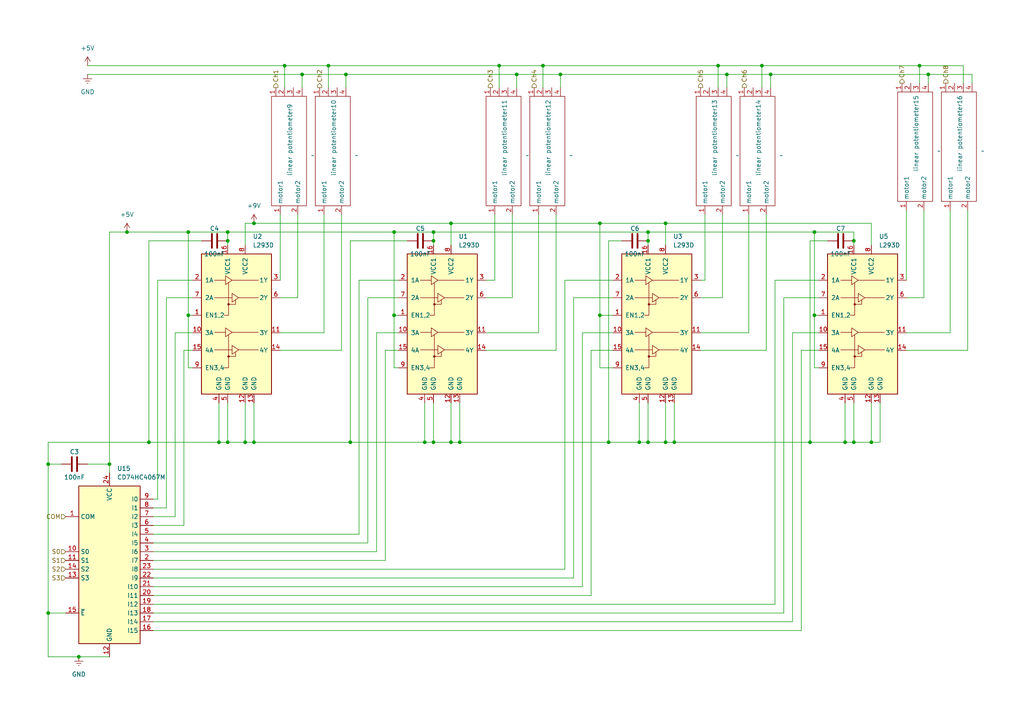
<source format=kicad_sch>
(kicad_sch (version 20231120) (generator "eeschema") (generator_version "8.0")
  (paper "A4")
  (lib_symbols
    (symbol "74xx:CD74HC4067M"
      (property "Reference" "U" (at -8.89 22.86 0))
      (property "Value" "CD74HC4067M" (at 1.27 22.86 0))
      (symbol "CD74HC4067M_0_1"
        (rectangle (start -8.89 21.59) (end 8.89 -24.13) (stroke (width 0.254)) (fill (type background)))
      )
      (symbol "CD74HC4067M_1_1"
        (pin passive line (at -12.7 12.7 0) (length 3.81) (name "COM") (number "1"))
        (pin input line (at -12.7 2.54 0) (length 3.81) (name "S0") (number "10"))
        (pin input line (at -12.7 0 0) (length 3.81) (name "S1") (number "11"))
        (pin power_in line (at 0 -27.94 90) (length 3.81) (name "GND") (number "12"))
        (pin input line (at -12.7 -5.08 0) (length 3.81) (name "S3") (number "13"))
        (pin input line (at -12.7 -2.54 0) (length 3.81) (name "S2") (number "14"))
        (pin input line (at -12.7 -15.24 0) (length 3.81) (name "~{E}") (number "15"))
        (pin passive line (at 12.7 -20.32 180) (length 3.81) (name "I15") (number "16"))
        (pin passive line (at 12.7 -17.78 180) (length 3.81) (name "I14") (number "17"))
        (pin passive line (at 12.7 -15.24 180) (length 3.81) (name "I13") (number "18"))
        (pin passive line (at 12.7 -12.7 180) (length 3.81) (name "I12") (number "19"))
        (pin passive line (at 12.7 0 180) (length 3.81) (name "I7") (number "2"))
        (pin passive line (at 12.7 -10.16 180) (length 3.81) (name "I11") (number "20"))
        (pin passive line (at 12.7 -7.62 180) (length 3.81) (name "I10") (number "21"))
        (pin passive line (at 12.7 -5.08 180) (length 3.81) (name "I9") (number "22"))
        (pin passive line (at 12.7 -2.54 180) (length 3.81) (name "I8") (number "23"))
        (pin power_in line (at 0 25.4 270) (length 3.81) (name "VCC") (number "24"))
        (pin passive line (at 12.7 2.54 180) (length 3.81) (name "I6") (number "3"))
        (pin passive line (at 12.7 5.08 180) (length 3.81) (name "I5") (number "4"))
        (pin passive line (at 12.7 7.62 180) (length 3.81) (name "I4") (number "5"))
        (pin passive line (at 12.7 10.16 180) (length 3.81) (name "I3") (number "6"))
        (pin passive line (at 12.7 12.7 180) (length 3.81) (name "I2") (number "7"))
        (pin passive line (at 12.7 15.24 180) (length 3.81) (name "I1") (number "8"))
        (pin passive line (at 12.7 17.78 180) (length 3.81) (name "I0") (number "9"))
      )
    )
    (symbol "Device:C" (pin_numbers hide) (pin_names (offset 0.254))
      (property "Reference" "C" (at 0.635 2.54 0))
      (property "Value" "C" (at 0.635 -2.54 0))
      (symbol "C_0_1"
        (polyline (pts (xy -2.032 -0.762) (xy 2.032 -0.762)) (stroke (width 0.508)))
        (polyline (pts (xy -2.032 0.762) (xy 2.032 0.762)) (stroke (width 0.508)))
      )
      (symbol "C_1_1"
        (pin passive line (at 0 3.81 270) (length 2.794) (name "~") (number "1"))
        (pin passive line (at 0 -3.81 90) (length 2.794) (name "~") (number "2"))
      )
    )
    (symbol "Driver_Motor:L293D" (pin_names (offset 1.016))
      (property "Reference" "U" (at -5.08 26.035 0))
      (property "Value" "L293D" (at -5.08 24.13 0))
      (symbol "L293D_0_1"
        (rectangle (start -10.16 22.86) (end 10.16 -17.78) (stroke (width 0.254)) (fill (type background)))
        (circle (center -2.286 -6.858) (radius 0.254) (fill (type outline)))
        (circle (center -2.286 8.255) (radius 0.254) (fill (type outline)))
        (polyline (pts (xy -6.35 -4.953) (xy -1.27 -4.953)))
        (polyline (pts (xy -6.35 0.127) (xy -3.175 0.127)))
        (polyline (pts (xy -6.35 10.16) (xy -1.27 10.16)))
        (polyline (pts (xy -6.35 15.24) (xy -3.175 15.24)))
        (polyline (pts (xy -1.27 0.127) (xy 6.35 0.127)))
        (polyline (pts (xy -1.27 15.24) (xy 6.35 15.24)))
        (polyline (pts (xy 0.635 -4.953) (xy 6.35 -4.953)))
        (polyline (pts (xy 0.635 10.16) (xy 6.35 10.16)))
        (polyline (pts (xy -2.286 -6.858) (xy -0.254 -6.858) (xy -0.254 -5.588)))
        (polyline (pts (xy -2.286 -0.635) (xy -2.286 -10.16) (xy -3.556 -10.16)))
        (polyline (pts (xy -2.286 8.255) (xy -0.254 8.255) (xy -0.254 9.525)))
        (polyline (pts (xy -2.286 14.478) (xy -2.286 5.08) (xy -3.556 5.08)))
        (polyline (pts (xy -3.175 1.397) (xy -3.175 -1.143) (xy -1.27 0.127) (xy -3.175 1.397)))
        (polyline (pts (xy -3.175 16.51) (xy -3.175 13.97) (xy -1.27 15.24) (xy -3.175 16.51)))
        (polyline (pts (xy -1.27 -3.683) (xy -1.27 -6.223) (xy 0.635 -4.953) (xy -1.27 -3.683)))
        (polyline (pts (xy -1.27 11.43) (xy -1.27 8.89) (xy 0.635 10.16) (xy -1.27 11.43)))
      )
      (symbol "L293D_1_1"
        (pin input line (at -12.7 5.08 0) (length 2.54) (name "EN1,2") (number "1"))
        (pin input line (at -12.7 0 0) (length 2.54) (name "3A") (number "10"))
        (pin output line (at 12.7 0 180) (length 2.54) (name "3Y") (number "11"))
        (pin power_in line (at 2.54 -20.32 90) (length 2.54) (name "GND") (number "12"))
        (pin power_in line (at 5.08 -20.32 90) (length 2.54) (name "GND") (number "13"))
        (pin output line (at 12.7 -5.08 180) (length 2.54) (name "4Y") (number "14"))
        (pin input line (at -12.7 -5.08 0) (length 2.54) (name "4A") (number "15"))
        (pin power_in line (at -2.54 25.4 270) (length 2.54) (name "VCC1") (number "16"))
        (pin input line (at -12.7 15.24 0) (length 2.54) (name "1A") (number "2"))
        (pin output line (at 12.7 15.24 180) (length 2.54) (name "1Y") (number "3"))
        (pin power_in line (at -5.08 -20.32 90) (length 2.54) (name "GND") (number "4"))
        (pin power_in line (at -2.54 -20.32 90) (length 2.54) (name "GND") (number "5"))
        (pin output line (at 12.7 10.16 180) (length 2.54) (name "2Y") (number "6"))
        (pin input line (at -12.7 10.16 0) (length 2.54) (name "2A") (number "7"))
        (pin power_in line (at 2.54 25.4 270) (length 2.54) (name "VCC2") (number "8"))
        (pin input line (at -12.7 -10.16 0) (length 2.54) (name "EN3,4") (number "9"))
      )
    )
    (symbol "mixer:motorised_linear_potentiometer"
      (property "Reference" "linear potentiometer" (at 0 -7.366 90))
      (symbol "motorised_linear_potentiometer_0_1"
        (rectangle (start -5.08 6.35) (end 5.08 -25.4))
      )
      (symbol "motorised_linear_potentiometer_1_1"
        (pin passive line (at -3.81 8.89 270) (length 2.54) (name "") (number "1"))
        (pin passive line (at -2.54 -27.94 90) (length 2.54) (name "motor1") (number "1"))
        (pin passive line (at -1.27 8.89 270) (length 2.54) (name "") (number "2"))
        (pin passive line (at 2.54 -27.94 90) (length 2.54) (name "motor2") (number "2"))
        (pin passive line (at 1.27 8.89 270) (length 2.54) (name "") (number "3"))
        (pin passive line (at 3.81 8.89 270) (length 2.54) (name "") (number "4"))
      )
    )
    (symbol "power:+5V" (power) (pin_numbers hide) (pin_names (offset 0) hide)
      (property "Value" "+5V" (at 0 3.556 0))
      (symbol "+5V_0_1"
        (polyline (pts (xy -0.762 1.27) (xy 0 2.54)))
        (polyline (pts (xy 0 0) (xy 0 2.54)))
        (polyline (pts (xy 0 2.54) (xy 0.762 1.27)))
      )
      (symbol "+5V_1_1"
        (pin power_in line (at 0 0 90) (length 0) (name "~") (number "1"))
      )
    )
    (symbol "power:+9V" (power) (pin_numbers hide) (pin_names (offset 0) hide)
      (property "Value" "+9V" (at 0 3.556 0))
      (symbol "+9V_0_1"
        (polyline (pts (xy -0.762 1.27) (xy 0 2.54)))
        (polyline (pts (xy 0 0) (xy 0 2.54)))
        (polyline (pts (xy 0 2.54) (xy 0.762 1.27)))
      )
      (symbol "+9V_1_1"
        (pin power_in line (at 0 0 90) (length 0) (name "~") (number "1"))
      )
    )
    (symbol "power:Earth" (power) (pin_numbers hide) (pin_names (offset 0) hide)
      (property "Value" "Earth" (at 0 -3.81 0))
      (symbol "Earth_0_1"
        (polyline (pts (xy -0.635 -1.905) (xy 0.635 -1.905)))
        (polyline (pts (xy -0.127 -2.54) (xy 0.127 -2.54)))
        (polyline (pts (xy 0 -1.27) (xy 0 0)))
        (polyline (pts (xy 1.27 -1.27) (xy -1.27 -1.27)))
      )
      (symbol "Earth_1_1"
        (pin power_in line (at 0 0 270) (length 0) (name "~") (number "1"))
      )
    )
  )
  (junction (at 223.52 21.59))
  (junction (at 195.58 128.27))
  (junction (at 101.6 128.27))
  (junction (at 36.83 67.31))
  (junction (at 114.3 67.31))
  (junction (at 193.04 128.27))
  (junction (at 100.33 21.59))
  (junction (at 114.3 91.44))
  (junction (at 157.48 19.05))
  (junction (at 247.65 69.85))
  (junction (at 66.04 69.85))
  (junction (at 185.42 128.27))
  (junction (at 173.99 64.77))
  (junction (at 176.53 128.27))
  (junction (at 149.86 21.59))
  (junction (at 208.28 19.05))
  (junction (at 269.24 21.59))
  (junction (at 247.65 128.27))
  (junction (at 162.56 21.59))
  (junction (at 130.81 128.27))
  (junction (at 71.12 128.27))
  (junction (at 252.73 128.27))
  (junction (at 187.96 128.27))
  (junction (at 66.04 67.31))
  (junction (at 266.7 19.05))
  (junction (at 31.75 134.62))
  (junction (at 63.5 128.27))
  (junction (at 130.81 64.77))
  (junction (at 54.61 67.31))
  (junction (at 82.55 19.05))
  (junction (at 125.73 67.31))
  (junction (at 144.78 19.05))
  (junction (at 123.19 128.27))
  (junction (at 95.25 19.05))
  (junction (at 210.82 21.59))
  (junction (at 133.35 128.27))
  (junction (at 173.99 91.44))
  (junction (at 193.04 64.77))
  (junction (at 187.96 69.85))
  (junction (at 66.04 128.27))
  (junction (at 234.95 128.27))
  (junction (at 13.97 177.8))
  (junction (at 236.22 91.44))
  (junction (at 125.73 128.27))
  (junction (at 73.66 64.77))
  (junction (at 87.63 21.59))
  (junction (at 236.22 67.31))
  (junction (at 22.86 190.5))
  (junction (at 13.97 134.62))
  (junction (at 73.66 128.27))
  (junction (at 54.61 91.44))
  (junction (at 220.98 19.05))
  (junction (at 187.96 67.31))
  (junction (at 43.18 128.27))
  (junction (at 125.73 69.85))
  (junction (at 245.11 128.27))
  (wire (pts (xy 66.04 69.85) (xy 66.04 71.12)))
  (wire (pts (xy 229.87 96.52) (xy 237.49 96.52)))
  (wire (pts (xy 245.11 116.84) (xy 245.11 128.27)))
  (wire (pts (xy 13.97 128.27) (xy 43.18 128.27)))
  (wire (pts (xy 101.6 128.27) (xy 123.19 128.27)))
  (wire (pts (xy 281.94 21.59) (xy 281.94 24.13)))
  (wire (pts (xy 266.7 19.05) (xy 279.4 19.05)))
  (wire (pts (xy 203.2 81.28) (xy 204.47 81.28)))
  (wire (pts (xy 140.97 96.52) (xy 156.21 96.52)))
  (wire (pts (xy 100.33 21.59) (xy 149.86 21.59)))
  (wire (pts (xy 234.95 69.85) (xy 234.95 128.27)))
  (wire (pts (xy 44.45 175.26) (xy 224.79 175.26)))
  (wire (pts (xy 73.66 64.77) (xy 130.81 64.77)))
  (wire (pts (xy 176.53 69.85) (xy 176.53 128.27)))
  (wire (pts (xy 125.73 128.27) (xy 130.81 128.27)))
  (wire (pts (xy 71.12 116.84) (xy 71.12 128.27)))
  (wire (pts (xy 125.73 67.31) (xy 187.96 67.31)))
  (wire (pts (xy 43.18 128.27) (xy 63.5 128.27)))
  (wire (pts (xy 95.25 19.05) (xy 95.25 25.4)))
  (wire (pts (xy 82.55 19.05) (xy 95.25 19.05)))
  (wire (pts (xy 236.22 91.44) (xy 236.22 106.68)))
  (wire (pts (xy 232.41 182.88) (xy 232.41 101.6)))
  (wire (pts (xy 22.86 190.5) (xy 13.97 190.5)))
  (wire (pts (xy 71.12 64.77) (xy 73.66 64.77)))
  (wire (pts (xy 50.8 149.86) (xy 50.8 96.52)))
  (wire (pts (xy 217.17 96.52) (xy 217.17 62.23)))
  (wire (pts (xy 63.5 128.27) (xy 63.5 116.84)))
  (wire (pts (xy 193.04 116.84) (xy 193.04 128.27)))
  (wire (pts (xy 13.97 177.8) (xy 19.05 177.8)))
  (wire (pts (xy 149.86 21.59) (xy 149.86 25.4)))
  (wire (pts (xy 223.52 21.59) (xy 223.52 25.4)))
  (wire (pts (xy 125.73 69.85) (xy 125.73 71.12)))
  (wire (pts (xy 247.65 67.31) (xy 247.65 69.85)))
  (wire (pts (xy 157.48 19.05) (xy 208.28 19.05)))
  (wire (pts (xy 50.8 96.52) (xy 55.88 96.52)))
  (wire (pts (xy 115.57 86.36) (xy 106.68 86.36)))
  (wire (pts (xy 71.12 64.77) (xy 71.12 71.12)))
  (wire (pts (xy 53.34 152.4) (xy 44.45 152.4)))
  (wire (pts (xy 54.61 67.31) (xy 66.04 67.31)))
  (wire (pts (xy 234.95 128.27) (xy 245.11 128.27)))
  (wire (pts (xy 31.75 137.16) (xy 31.75 134.62)))
  (wire (pts (xy 163.83 81.28) (xy 177.8 81.28)))
  (wire (pts (xy 229.87 180.34) (xy 229.87 96.52)))
  (wire (pts (xy 149.86 21.59) (xy 162.56 21.59)))
  (wire (pts (xy 118.11 69.85) (xy 101.6 69.85)))
  (wire (pts (xy 53.34 101.6) (xy 53.34 152.4)))
  (wire (pts (xy 203.2 96.52) (xy 217.17 96.52)))
  (wire (pts (xy 255.27 128.27) (xy 255.27 116.84)))
  (wire (pts (xy 148.59 86.36) (xy 148.59 62.23)))
  (wire (pts (xy 195.58 128.27) (xy 193.04 128.27)))
  (wire (pts (xy 54.61 67.31) (xy 54.61 91.44)))
  (wire (pts (xy 166.37 86.36) (xy 177.8 86.36)))
  (wire (pts (xy 133.35 128.27) (xy 133.35 116.84)))
  (wire (pts (xy 236.22 67.31) (xy 236.22 91.44)))
  (wire (pts (xy 161.29 101.6) (xy 161.29 62.23)))
  (wire (pts (xy 252.73 64.77) (xy 252.73 71.12)))
  (wire (pts (xy 66.04 67.31) (xy 66.04 69.85)))
  (wire (pts (xy 54.61 91.44) (xy 55.88 91.44)))
  (wire (pts (xy 44.45 182.88) (xy 232.41 182.88)))
  (wire (pts (xy 157.48 19.05) (xy 157.48 25.4)))
  (wire (pts (xy 252.73 116.84) (xy 252.73 128.27)))
  (wire (pts (xy 224.79 81.28) (xy 237.49 81.28)))
  (wire (pts (xy 87.63 21.59) (xy 87.63 25.4)))
  (wire (pts (xy 31.75 134.62) (xy 31.75 67.31)))
  (wire (pts (xy 269.24 21.59) (xy 269.24 24.13)))
  (wire (pts (xy 262.89 96.52) (xy 275.59 96.52)))
  (wire (pts (xy 209.55 86.36) (xy 209.55 62.23)))
  (wire (pts (xy 31.75 67.31) (xy 36.83 67.31)))
  (wire (pts (xy 44.45 180.34) (xy 229.87 180.34)))
  (wire (pts (xy 220.98 19.05) (xy 220.98 25.4)))
  (wire (pts (xy 262.89 60.96) (xy 262.89 81.28)))
  (wire (pts (xy 280.67 101.6) (xy 280.67 60.96)))
  (wire (pts (xy 44.45 147.32) (xy 48.26 147.32)))
  (wire (pts (xy 180.34 69.85) (xy 176.53 69.85)))
  (wire (pts (xy 187.96 67.31) (xy 236.22 67.31)))
  (wire (pts (xy 54.61 91.44) (xy 54.61 106.68)))
  (wire (pts (xy 168.91 170.18) (xy 168.91 96.52)))
  (wire (pts (xy 25.4 21.59) (xy 87.63 21.59)))
  (wire (pts (xy 168.91 96.52) (xy 177.8 96.52)))
  (wire (pts (xy 187.96 128.27) (xy 185.42 128.27)))
  (wire (pts (xy 173.99 91.44) (xy 177.8 91.44)))
  (wire (pts (xy 269.24 21.59) (xy 281.94 21.59)))
  (wire (pts (xy 114.3 67.31) (xy 125.73 67.31)))
  (wire (pts (xy 73.66 128.27) (xy 101.6 128.27)))
  (wire (pts (xy 44.45 177.8) (xy 227.33 177.8)))
  (wire (pts (xy 144.78 19.05) (xy 157.48 19.05)))
  (wire (pts (xy 25.4 134.62) (xy 31.75 134.62)))
  (wire (pts (xy 187.96 116.84) (xy 187.96 128.27)))
  (wire (pts (xy 144.78 19.05) (xy 144.78 25.4)))
  (wire (pts (xy 123.19 116.84) (xy 123.19 128.27)))
  (wire (pts (xy 66.04 116.84) (xy 66.04 128.27)))
  (wire (pts (xy 224.79 175.26) (xy 224.79 81.28)))
  (wire (pts (xy 236.22 106.68) (xy 237.49 106.68)))
  (wire (pts (xy 220.98 19.05) (xy 266.7 19.05)))
  (wire (pts (xy 99.06 101.6) (xy 99.06 62.23)))
  (wire (pts (xy 45.72 144.78) (xy 45.72 81.28)))
  (wire (pts (xy 162.56 21.59) (xy 162.56 25.4)))
  (wire (pts (xy 66.04 128.27) (xy 71.12 128.27)))
  (wire (pts (xy 31.75 190.5) (xy 22.86 190.5)))
  (wire (pts (xy 13.97 134.62) (xy 17.78 134.62)))
  (wire (pts (xy 262.89 86.36) (xy 267.97 86.36)))
  (wire (pts (xy 173.99 64.77) (xy 193.04 64.77)))
  (wire (pts (xy 125.73 116.84) (xy 125.73 128.27)))
  (wire (pts (xy 195.58 128.27) (xy 234.95 128.27)))
  (wire (pts (xy 66.04 67.31) (xy 114.3 67.31)))
  (wire (pts (xy 81.28 96.52) (xy 93.98 96.52)))
  (wire (pts (xy 115.57 81.28) (xy 104.14 81.28)))
  (wire (pts (xy 208.28 19.05) (xy 220.98 19.05)))
  (wire (pts (xy 58.42 69.85) (xy 43.18 69.85)))
  (wire (pts (xy 109.22 96.52) (xy 109.22 160.02)))
  (wire (pts (xy 55.88 101.6) (xy 53.34 101.6)))
  (wire (pts (xy 44.45 165.1) (xy 163.83 165.1)))
  (wire (pts (xy 140.97 81.28) (xy 143.51 81.28)))
  (wire (pts (xy 187.96 69.85) (xy 187.96 71.12)))
  (wire (pts (xy 71.12 128.27) (xy 73.66 128.27)))
  (wire (pts (xy 140.97 86.36) (xy 148.59 86.36)))
  (wire (pts (xy 140.97 101.6) (xy 161.29 101.6)))
  (wire (pts (xy 114.3 91.44) (xy 114.3 106.68)))
  (wire (pts (xy 43.18 69.85) (xy 43.18 128.27)))
  (wire (pts (xy 114.3 67.31) (xy 114.3 91.44)))
  (wire (pts (xy 114.3 91.44) (xy 115.57 91.44)))
  (wire (pts (xy 193.04 64.77) (xy 193.04 71.12)))
  (wire (pts (xy 101.6 69.85) (xy 101.6 128.27)))
  (wire (pts (xy 279.4 24.13) (xy 279.4 19.05)))
  (wire (pts (xy 252.73 128.27) (xy 255.27 128.27)))
  (wire (pts (xy 166.37 167.64) (xy 166.37 86.36)))
  (wire (pts (xy 193.04 128.27) (xy 187.96 128.27)))
  (wire (pts (xy 115.57 96.52) (xy 109.22 96.52)))
  (wire (pts (xy 44.45 154.94) (xy 104.14 154.94)))
  (wire (pts (xy 13.97 134.62) (xy 13.97 128.27)))
  (wire (pts (xy 236.22 67.31) (xy 247.65 67.31)))
  (wire (pts (xy 162.56 21.59) (xy 210.82 21.59)))
  (wire (pts (xy 45.72 81.28) (xy 55.88 81.28)))
  (wire (pts (xy 227.33 177.8) (xy 227.33 86.36)))
  (wire (pts (xy 173.99 106.68) (xy 177.8 106.68)))
  (wire (pts (xy 156.21 96.52) (xy 156.21 62.23)))
  (wire (pts (xy 130.81 128.27) (xy 133.35 128.27)))
  (wire (pts (xy 143.51 81.28) (xy 143.51 62.23)))
  (wire (pts (xy 111.76 101.6) (xy 111.76 162.56)))
  (wire (pts (xy 176.53 128.27) (xy 185.42 128.27)))
  (wire (pts (xy 240.03 69.85) (xy 234.95 69.85)))
  (wire (pts (xy 222.25 101.6) (xy 222.25 62.23)))
  (wire (pts (xy 275.59 96.52) (xy 275.59 60.96)))
  (wire (pts (xy 73.66 116.84) (xy 73.66 128.27)))
  (wire (pts (xy 203.2 101.6) (xy 222.25 101.6)))
  (wire (pts (xy 95.25 19.05) (xy 144.78 19.05)))
  (wire (pts (xy 106.68 86.36) (xy 106.68 157.48)))
  (wire (pts (xy 195.58 116.84) (xy 195.58 128.27)))
  (wire (pts (xy 87.63 21.59) (xy 100.33 21.59)))
  (wire (pts (xy 48.26 86.36) (xy 55.88 86.36)))
  (wire (pts (xy 130.81 64.77) (xy 130.81 71.12)))
  (wire (pts (xy 104.14 81.28) (xy 104.14 154.94)))
  (wire (pts (xy 227.33 86.36) (xy 237.49 86.36)))
  (wire (pts (xy 48.26 147.32) (xy 48.26 86.36)))
  (wire (pts (xy 171.45 101.6) (xy 177.8 101.6)))
  (wire (pts (xy 13.97 177.8) (xy 13.97 134.62)))
  (wire (pts (xy 267.97 86.36) (xy 267.97 60.96)))
  (wire (pts (xy 114.3 106.68) (xy 115.57 106.68)))
  (wire (pts (xy 44.45 172.72) (xy 171.45 172.72)))
  (wire (pts (xy 123.19 128.27) (xy 125.73 128.27)))
  (wire (pts (xy 81.28 101.6) (xy 99.06 101.6)))
  (wire (pts (xy 93.98 96.52) (xy 93.98 62.23)))
  (wire (pts (xy 247.65 128.27) (xy 245.11 128.27)))
  (wire (pts (xy 163.83 165.1) (xy 163.83 81.28)))
  (wire (pts (xy 223.52 21.59) (xy 269.24 21.59)))
  (wire (pts (xy 44.45 170.18) (xy 168.91 170.18)))
  (wire (pts (xy 203.2 86.36) (xy 209.55 86.36)))
  (wire (pts (xy 210.82 21.59) (xy 223.52 21.59)))
  (wire (pts (xy 130.81 64.77) (xy 173.99 64.77)))
  (wire (pts (xy 247.65 69.85) (xy 247.65 71.12)))
  (wire (pts (xy 81.28 86.36) (xy 86.36 86.36)))
  (wire (pts (xy 125.73 67.31) (xy 125.73 69.85)))
  (wire (pts (xy 171.45 172.72) (xy 171.45 101.6)))
  (wire (pts (xy 173.99 91.44) (xy 173.99 106.68)))
  (wire (pts (xy 232.41 101.6) (xy 237.49 101.6)))
  (wire (pts (xy 115.57 101.6) (xy 111.76 101.6)))
  (wire (pts (xy 82.55 19.05) (xy 82.55 25.4)))
  (wire (pts (xy 266.7 19.05) (xy 266.7 24.13)))
  (wire (pts (xy 193.04 64.77) (xy 252.73 64.77)))
  (wire (pts (xy 133.35 128.27) (xy 176.53 128.27)))
  (wire (pts (xy 236.22 91.44) (xy 237.49 91.44)))
  (wire (pts (xy 81.28 81.28) (xy 81.28 62.23)))
  (wire (pts (xy 208.28 19.05) (xy 208.28 25.4)))
  (wire (pts (xy 44.45 157.48) (xy 106.68 157.48)))
  (wire (pts (xy 54.61 106.68) (xy 55.88 106.68)))
  (wire (pts (xy 86.36 86.36) (xy 86.36 62.23)))
  (wire (pts (xy 262.89 101.6) (xy 280.67 101.6)))
  (wire (pts (xy 13.97 190.5) (xy 13.97 177.8)))
  (wire (pts (xy 44.45 162.56) (xy 111.76 162.56)))
  (wire (pts (xy 210.82 21.59) (xy 210.82 25.4)))
  (wire (pts (xy 63.5 128.27) (xy 66.04 128.27)))
  (wire (pts (xy 25.4 19.05) (xy 82.55 19.05)))
  (wire (pts (xy 247.65 128.27) (xy 252.73 128.27)))
  (wire (pts (xy 44.45 167.64) (xy 166.37 167.64)))
  (wire (pts (xy 130.81 116.84) (xy 130.81 128.27)))
  (wire (pts (xy 204.47 81.28) (xy 204.47 62.23)))
  (wire (pts (xy 247.65 116.84) (xy 247.65 128.27)))
  (wire (pts (xy 173.99 64.77) (xy 173.99 91.44)))
  (wire (pts (xy 44.45 149.86) (xy 50.8 149.86)))
  (wire (pts (xy 36.83 67.31) (xy 54.61 67.31)))
  (wire (pts (xy 100.33 21.59) (xy 100.33 25.4)))
  (wire (pts (xy 185.42 116.84) (xy 185.42 128.27)))
  (wire (pts (xy 44.45 144.78) (xy 45.72 144.78)))
  (wire (pts (xy 44.45 160.02) (xy 109.22 160.02)))
  (wire (pts (xy 187.96 67.31) (xy 187.96 69.85)))
  (hierarchical_label "S1" (shape input) (at 19.05 162.56 180))
  (hierarchical_label "Ch5" (shape output) (at 203.2 25.4 90))
  (hierarchical_label "COM" (shape input) (at 19.05 149.86 180))
  (hierarchical_label "Ch7" (shape output) (at 261.62 24.13 90))
  (hierarchical_label "S0" (shape input) (at 19.05 160.02 180))
  (hierarchical_label "Ch4" (shape output) (at 154.94 25.4 90))
  (hierarchical_label "Ch8" (shape output) (at 274.32 24.13 90))
  (hierarchical_label "S2" (shape input) (at 19.05 165.1 180))
  (hierarchical_label "Ch6" (shape output) (at 215.9 25.4 90))
  (hierarchical_label "Ch2" (shape output) (at 92.71 25.4 90))
  (hierarchical_label "Ch3" (shape output) (at 142.24 25.4 90))
  (hierarchical_label "S3" (shape input) (at 19.05 167.64 180))
  (hierarchical_label "Ch1" (shape output) (at 80.01 25.4 90))
  (symbol (lib_id "Device:C") (at 121.92 69.85 90) (unit 1)
    (property "Reference" "C5" (at 121.92 66.294 90))
    (property "Value" "100nF" (at 121.92 73.66 90))
    (property "Footprint" "Capacitor_THT:C_Axial_L5.1mm_D3.1mm_P7.50mm_Horizontal" (effects (hide yes)))
    (property "Description" "Unpolarized capacitor" (effects (hide yes)))
  )
  (symbol (lib_id "Device:C") (at 21.59 134.62 90) (unit 1)
    (property "Reference" "C3" (at 21.59 131.064 90))
    (property "Value" "100nF" (at 21.59 138.43 90))
    (property "Footprint" "Capacitor_THT:C_Axial_L5.1mm_D3.1mm_P7.50mm_Horizontal" (effects (hide yes)))
    (property "Description" "Unpolarized capacitor" (effects (hide yes)))
  )
  (symbol (lib_id "74xx:CD74HC4067M") (at 31.75 162.56 0) (unit 1)
    (property "Reference" "U15" (at 33.9441 135.89 0) (effects (justify left)))
    (property "Value" "CD74HC4067M" (at 33.9441 138.43 0) (effects (justify left)))
    (property "Footprint" "Package_SO:SOIC-24W_7.5x15.4mm_P1.27mm" (effects (hide yes)))
    (property "Datasheet" "http://www.ti.com/lit/ds/symlink/cd74hc4067.pdf" (effects (hide yes)))
    (property "Description" "High-Speed CMOS Logic 16-Channel Analog Multiplexer/Demultiplexer, SOIC-24" (effects (hide yes)))
  )
  (symbol (lib_id "Device:C") (at 184.15 69.85 90) (unit 1)
    (property "Reference" "C6" (at 184.15 66.294 90))
    (property "Value" "100nF" (at 184.15 73.66 90))
    (property "Footprint" "Capacitor_THT:C_Axial_L5.1mm_D3.1mm_P7.50mm_Horizontal" (effects (hide yes)))
    (property "Description" "Unpolarized capacitor" (effects (hide yes)))
  )
  (symbol (lib_id "mixer:motorised_linear_potentiometer") (at 207.01 34.29 0) (unit 1)
    (property "Reference" "linear potentiometer13" (at 207.264 51.054 90) (effects (justify left)))
    (property "Value" "~" (at 213.36 45.085 0) (effects (justify left)))
  )
  (symbol (lib_id "power:+5V") (at 25.4 19.05 0) (unit 1)
    (property "Reference" "#PWR01" (effects (hide yes)))
    (property "Value" "+5V" (at 25.4 13.97 0))
    (property "Description" "Power symbol creates a global label with name \"+5V\"" (effects (hide yes)))
  )
  (symbol (lib_id "Driver_Motor:L293D") (at 190.5 96.52 0) (unit 1)
    (property "Reference" "U3" (at 195.2341 68.58 0) (effects (justify left)))
    (property "Value" "L293D" (at 195.2341 71.12 0) (effects (justify left)))
    (property "Footprint" "Package_DIP:DIP-16_W7.62mm" (effects (hide yes)))
    (property "Datasheet" "http://www.ti.com/lit/ds/symlink/l293.pdf" (effects (hide yes)))
    (property "Description" "Quadruple Half-H Drivers" (effects (hide yes)))
  )
  (symbol (lib_id "mixer:motorised_linear_potentiometer") (at 146.05 34.29 0) (unit 1)
    (property "Reference" "linear potentiometer11" (at 146.304 51.054 90) (effects (justify left)))
    (property "Value" "~" (at 152.4 45.085 0) (effects (justify left)))
  )
  (symbol (lib_id "mixer:motorised_linear_potentiometer") (at 219.71 34.29 0) (unit 1)
    (property "Reference" "linear potentiometer14" (at 219.964 51.054 90) (effects (justify left)))
    (property "Value" "~" (at 226.06 45.085 0) (effects (justify left)))
  )
  (symbol (lib_id "Device:C") (at 243.84 69.85 90) (unit 1)
    (property "Reference" "C7" (at 243.84 66.294 90))
    (property "Value" "100nF" (at 243.84 73.66 90))
    (property "Footprint" "Capacitor_THT:C_Axial_L5.1mm_D3.1mm_P7.50mm_Horizontal" (effects (hide yes)))
    (property "Description" "Unpolarized capacitor" (effects (hide yes)))
  )
  (symbol (lib_id "power:Earth") (at 22.86 190.5 0) (unit 1)
    (property "Reference" "#PWR014" (effects (hide yes)))
    (property "Value" "GND" (at 22.86 195.58 0))
    (property "Description" "Power symbol creates a global label with name \"Earth\"" (effects (hide yes)))
  )
  (symbol (lib_id "mixer:motorised_linear_potentiometer") (at 158.75 34.29 0) (unit 1)
    (property "Reference" "linear potentiometer12" (at 159.004 51.054 90) (effects (justify left)))
    (property "Value" "~" (at 165.1 45.085 0) (effects (justify left)))
  )
  (symbol (lib_id "Driver_Motor:L293D") (at 250.19 96.52 0) (unit 1)
    (property "Reference" "U5" (at 254.9241 68.58 0) (effects (justify left)))
    (property "Value" "L293D" (at 254.9241 71.12 0) (effects (justify left)))
    (property "Footprint" "Package_DIP:DIP-16_W7.62mm" (effects (hide yes)))
    (property "Datasheet" "http://www.ti.com/lit/ds/symlink/l293.pdf" (effects (hide yes)))
    (property "Description" "Quadruple Half-H Drivers" (effects (hide yes)))
  )
  (symbol (lib_id "power:Earth") (at 25.4 21.59 0) (unit 1)
    (property "Reference" "#PWR017" (effects (hide yes)))
    (property "Value" "GND" (at 25.4 26.67 0))
    (property "Description" "Power symbol creates a global label with name \"Earth\"" (effects (hide yes)))
  )
  (symbol (lib_id "power:+5V") (at 36.83 67.31 0) (unit 1)
    (property "Reference" "#PWR02" (effects (hide yes)))
    (property "Value" "+5V" (at 36.83 62.23 0))
    (property "Description" "Power symbol creates a global label with name \"+5V\"" (effects (hide yes)))
  )
  (symbol (lib_id "mixer:motorised_linear_potentiometer") (at 83.82 34.29 0) (unit 1)
    (property "Reference" "linear potentiometer9" (at 84.074 51.054 90) (effects (justify left)))
    (property "Value" "~" (at 90.17 45.085 0) (effects (justify left)))
  )
  (symbol (lib_id "power:+9V") (at 73.66 64.77 0) (unit 1)
    (property "Reference" "#PWR03" (effects (hide yes)))
    (property "Value" "+9V" (at 73.66 59.69 0))
    (property "Description" "Power symbol creates a global label with name \"+9V\"" (effects (hide yes)))
  )
  (symbol (lib_id "Driver_Motor:L293D") (at 68.58 96.52 0) (unit 1)
    (property "Reference" "U2" (at 73.3141 68.58 0) (effects (justify left)))
    (property "Value" "L293D" (at 73.3141 71.12 0) (effects (justify left)))
    (property "Footprint" "Package_DIP:DIP-16_W7.62mm" (effects (hide yes)))
    (property "Datasheet" "http://www.ti.com/lit/ds/symlink/l293.pdf" (effects (hide yes)))
    (property "Description" "Quadruple Half-H Drivers" (effects (hide yes)))
  )
  (symbol (lib_id "Device:C") (at 62.23 69.85 90) (unit 1)
    (property "Reference" "C4" (at 62.23 66.294 90))
    (property "Value" "100nF" (at 62.23 73.66 90))
    (property "Footprint" "Capacitor_THT:C_Axial_L5.1mm_D3.1mm_P7.50mm_Horizontal" (effects (hide yes)))
    (property "Description" "Unpolarized capacitor" (effects (hide yes)))
  )
  (symbol (lib_id "mixer:motorised_linear_potentiometer") (at 96.52 34.29 0) (unit 1)
    (property "Reference" "linear potentiometer10" (at 96.774 51.054 90) (effects (justify left)))
    (property "Value" "~" (at 102.87 45.085 0) (effects (justify left)))
  )
  (symbol (lib_id "mixer:motorised_linear_potentiometer") (at 265.43 33.02 0) (unit 1)
    (property "Reference" "linear potentiometer15" (at 265.684 49.784 90) (effects (justify left)))
    (property "Value" "~" (at 271.78 43.815 0) (effects (justify left)))
  )
  (symbol (lib_id "Driver_Motor:L293D") (at 128.27 96.52 0) (unit 1)
    (property "Reference" "U1" (at 133.0041 68.58 0) (effects (justify left)))
    (property "Value" "L293D" (at 133.0041 71.12 0) (effects (justify left)))
    (property "Footprint" "Package_DIP:DIP-16_W7.62mm" (effects (hide yes)))
    (property "Datasheet" "http://www.ti.com/lit/ds/symlink/l293.pdf" (effects (hide yes)))
    (property "Description" "Quadruple Half-H Drivers" (effects (hide yes)))
  )
  (symbol (lib_id "mixer:motorised_linear_potentiometer") (at 278.13 33.02 0) (unit 1)
    (property "Reference" "linear potentiometer16" (at 278.384 49.784 90) (effects (justify left)))
    (property "Value" "~" (at 284.48 43.815 0) (effects (justify left)))
  )
)
</source>
